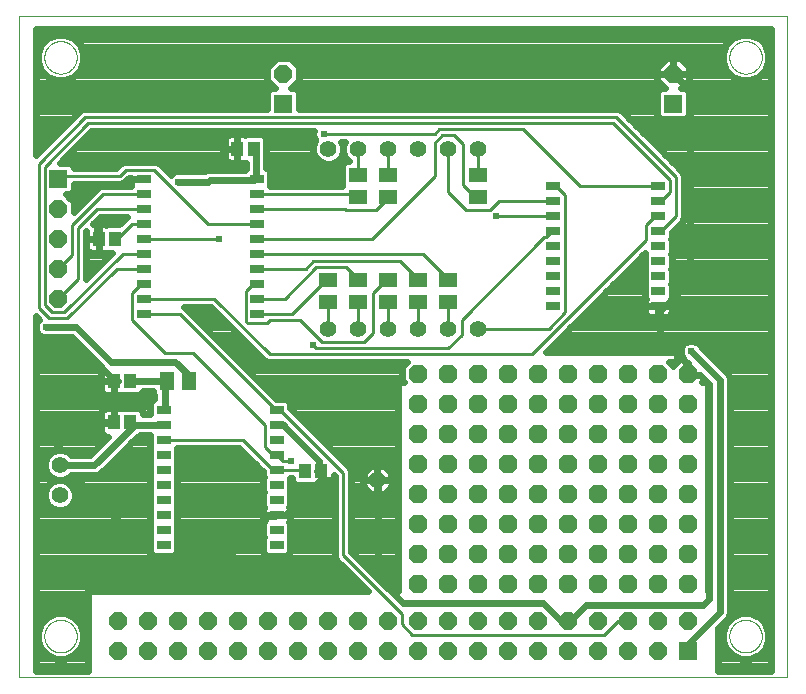
<source format=gbl>
G75*
%MOIN*%
%OFA0B0*%
%FSLAX25Y25*%
%IPPOS*%
%LPD*%
%AMOC8*
5,1,8,0,0,1.08239X$1,22.5*
%
%ADD10C,0.00000*%
%ADD11R,0.03937X0.05118*%
%ADD12R,0.06000X0.06000*%
%ADD13OC8,0.06000*%
%ADD14R,0.06299X0.05118*%
%ADD15C,0.05600*%
%ADD16R,0.04500X0.03000*%
%ADD17C,0.05543*%
%ADD18OC8,0.06300*%
%ADD19R,0.05118X0.06299*%
%ADD20C,0.01000*%
%ADD21C,0.02400*%
%ADD22C,0.02400*%
D10*
X0001000Y0001000D02*
X0256906Y0001000D01*
X0256906Y0221472D01*
X0001000Y0221472D01*
X0001000Y0001000D01*
X0009367Y0014780D02*
X0009369Y0014927D01*
X0009375Y0015073D01*
X0009385Y0015219D01*
X0009399Y0015365D01*
X0009417Y0015511D01*
X0009438Y0015656D01*
X0009464Y0015800D01*
X0009494Y0015944D01*
X0009527Y0016086D01*
X0009564Y0016228D01*
X0009605Y0016369D01*
X0009650Y0016508D01*
X0009699Y0016647D01*
X0009751Y0016784D01*
X0009808Y0016919D01*
X0009867Y0017053D01*
X0009931Y0017185D01*
X0009998Y0017315D01*
X0010068Y0017444D01*
X0010142Y0017571D01*
X0010219Y0017695D01*
X0010300Y0017818D01*
X0010384Y0017938D01*
X0010471Y0018056D01*
X0010561Y0018171D01*
X0010654Y0018284D01*
X0010751Y0018395D01*
X0010850Y0018503D01*
X0010952Y0018608D01*
X0011057Y0018710D01*
X0011165Y0018809D01*
X0011276Y0018906D01*
X0011389Y0018999D01*
X0011504Y0019089D01*
X0011622Y0019176D01*
X0011742Y0019260D01*
X0011865Y0019341D01*
X0011989Y0019418D01*
X0012116Y0019492D01*
X0012245Y0019562D01*
X0012375Y0019629D01*
X0012507Y0019693D01*
X0012641Y0019752D01*
X0012776Y0019809D01*
X0012913Y0019861D01*
X0013052Y0019910D01*
X0013191Y0019955D01*
X0013332Y0019996D01*
X0013474Y0020033D01*
X0013616Y0020066D01*
X0013760Y0020096D01*
X0013904Y0020122D01*
X0014049Y0020143D01*
X0014195Y0020161D01*
X0014341Y0020175D01*
X0014487Y0020185D01*
X0014633Y0020191D01*
X0014780Y0020193D01*
X0014927Y0020191D01*
X0015073Y0020185D01*
X0015219Y0020175D01*
X0015365Y0020161D01*
X0015511Y0020143D01*
X0015656Y0020122D01*
X0015800Y0020096D01*
X0015944Y0020066D01*
X0016086Y0020033D01*
X0016228Y0019996D01*
X0016369Y0019955D01*
X0016508Y0019910D01*
X0016647Y0019861D01*
X0016784Y0019809D01*
X0016919Y0019752D01*
X0017053Y0019693D01*
X0017185Y0019629D01*
X0017315Y0019562D01*
X0017444Y0019492D01*
X0017571Y0019418D01*
X0017695Y0019341D01*
X0017818Y0019260D01*
X0017938Y0019176D01*
X0018056Y0019089D01*
X0018171Y0018999D01*
X0018284Y0018906D01*
X0018395Y0018809D01*
X0018503Y0018710D01*
X0018608Y0018608D01*
X0018710Y0018503D01*
X0018809Y0018395D01*
X0018906Y0018284D01*
X0018999Y0018171D01*
X0019089Y0018056D01*
X0019176Y0017938D01*
X0019260Y0017818D01*
X0019341Y0017695D01*
X0019418Y0017571D01*
X0019492Y0017444D01*
X0019562Y0017315D01*
X0019629Y0017185D01*
X0019693Y0017053D01*
X0019752Y0016919D01*
X0019809Y0016784D01*
X0019861Y0016647D01*
X0019910Y0016508D01*
X0019955Y0016369D01*
X0019996Y0016228D01*
X0020033Y0016086D01*
X0020066Y0015944D01*
X0020096Y0015800D01*
X0020122Y0015656D01*
X0020143Y0015511D01*
X0020161Y0015365D01*
X0020175Y0015219D01*
X0020185Y0015073D01*
X0020191Y0014927D01*
X0020193Y0014780D01*
X0020191Y0014633D01*
X0020185Y0014487D01*
X0020175Y0014341D01*
X0020161Y0014195D01*
X0020143Y0014049D01*
X0020122Y0013904D01*
X0020096Y0013760D01*
X0020066Y0013616D01*
X0020033Y0013474D01*
X0019996Y0013332D01*
X0019955Y0013191D01*
X0019910Y0013052D01*
X0019861Y0012913D01*
X0019809Y0012776D01*
X0019752Y0012641D01*
X0019693Y0012507D01*
X0019629Y0012375D01*
X0019562Y0012245D01*
X0019492Y0012116D01*
X0019418Y0011989D01*
X0019341Y0011865D01*
X0019260Y0011742D01*
X0019176Y0011622D01*
X0019089Y0011504D01*
X0018999Y0011389D01*
X0018906Y0011276D01*
X0018809Y0011165D01*
X0018710Y0011057D01*
X0018608Y0010952D01*
X0018503Y0010850D01*
X0018395Y0010751D01*
X0018284Y0010654D01*
X0018171Y0010561D01*
X0018056Y0010471D01*
X0017938Y0010384D01*
X0017818Y0010300D01*
X0017695Y0010219D01*
X0017571Y0010142D01*
X0017444Y0010068D01*
X0017315Y0009998D01*
X0017185Y0009931D01*
X0017053Y0009867D01*
X0016919Y0009808D01*
X0016784Y0009751D01*
X0016647Y0009699D01*
X0016508Y0009650D01*
X0016369Y0009605D01*
X0016228Y0009564D01*
X0016086Y0009527D01*
X0015944Y0009494D01*
X0015800Y0009464D01*
X0015656Y0009438D01*
X0015511Y0009417D01*
X0015365Y0009399D01*
X0015219Y0009385D01*
X0015073Y0009375D01*
X0014927Y0009369D01*
X0014780Y0009367D01*
X0014633Y0009369D01*
X0014487Y0009375D01*
X0014341Y0009385D01*
X0014195Y0009399D01*
X0014049Y0009417D01*
X0013904Y0009438D01*
X0013760Y0009464D01*
X0013616Y0009494D01*
X0013474Y0009527D01*
X0013332Y0009564D01*
X0013191Y0009605D01*
X0013052Y0009650D01*
X0012913Y0009699D01*
X0012776Y0009751D01*
X0012641Y0009808D01*
X0012507Y0009867D01*
X0012375Y0009931D01*
X0012245Y0009998D01*
X0012116Y0010068D01*
X0011989Y0010142D01*
X0011865Y0010219D01*
X0011742Y0010300D01*
X0011622Y0010384D01*
X0011504Y0010471D01*
X0011389Y0010561D01*
X0011276Y0010654D01*
X0011165Y0010751D01*
X0011057Y0010850D01*
X0010952Y0010952D01*
X0010850Y0011057D01*
X0010751Y0011165D01*
X0010654Y0011276D01*
X0010561Y0011389D01*
X0010471Y0011504D01*
X0010384Y0011622D01*
X0010300Y0011742D01*
X0010219Y0011865D01*
X0010142Y0011989D01*
X0010068Y0012116D01*
X0009998Y0012245D01*
X0009931Y0012375D01*
X0009867Y0012507D01*
X0009808Y0012641D01*
X0009751Y0012776D01*
X0009699Y0012913D01*
X0009650Y0013052D01*
X0009605Y0013191D01*
X0009564Y0013332D01*
X0009527Y0013474D01*
X0009494Y0013616D01*
X0009464Y0013760D01*
X0009438Y0013904D01*
X0009417Y0014049D01*
X0009399Y0014195D01*
X0009385Y0014341D01*
X0009375Y0014487D01*
X0009369Y0014633D01*
X0009367Y0014780D01*
X0009367Y0207693D02*
X0009369Y0207840D01*
X0009375Y0207986D01*
X0009385Y0208132D01*
X0009399Y0208278D01*
X0009417Y0208424D01*
X0009438Y0208569D01*
X0009464Y0208713D01*
X0009494Y0208857D01*
X0009527Y0208999D01*
X0009564Y0209141D01*
X0009605Y0209282D01*
X0009650Y0209421D01*
X0009699Y0209560D01*
X0009751Y0209697D01*
X0009808Y0209832D01*
X0009867Y0209966D01*
X0009931Y0210098D01*
X0009998Y0210228D01*
X0010068Y0210357D01*
X0010142Y0210484D01*
X0010219Y0210608D01*
X0010300Y0210731D01*
X0010384Y0210851D01*
X0010471Y0210969D01*
X0010561Y0211084D01*
X0010654Y0211197D01*
X0010751Y0211308D01*
X0010850Y0211416D01*
X0010952Y0211521D01*
X0011057Y0211623D01*
X0011165Y0211722D01*
X0011276Y0211819D01*
X0011389Y0211912D01*
X0011504Y0212002D01*
X0011622Y0212089D01*
X0011742Y0212173D01*
X0011865Y0212254D01*
X0011989Y0212331D01*
X0012116Y0212405D01*
X0012245Y0212475D01*
X0012375Y0212542D01*
X0012507Y0212606D01*
X0012641Y0212665D01*
X0012776Y0212722D01*
X0012913Y0212774D01*
X0013052Y0212823D01*
X0013191Y0212868D01*
X0013332Y0212909D01*
X0013474Y0212946D01*
X0013616Y0212979D01*
X0013760Y0213009D01*
X0013904Y0213035D01*
X0014049Y0213056D01*
X0014195Y0213074D01*
X0014341Y0213088D01*
X0014487Y0213098D01*
X0014633Y0213104D01*
X0014780Y0213106D01*
X0014927Y0213104D01*
X0015073Y0213098D01*
X0015219Y0213088D01*
X0015365Y0213074D01*
X0015511Y0213056D01*
X0015656Y0213035D01*
X0015800Y0213009D01*
X0015944Y0212979D01*
X0016086Y0212946D01*
X0016228Y0212909D01*
X0016369Y0212868D01*
X0016508Y0212823D01*
X0016647Y0212774D01*
X0016784Y0212722D01*
X0016919Y0212665D01*
X0017053Y0212606D01*
X0017185Y0212542D01*
X0017315Y0212475D01*
X0017444Y0212405D01*
X0017571Y0212331D01*
X0017695Y0212254D01*
X0017818Y0212173D01*
X0017938Y0212089D01*
X0018056Y0212002D01*
X0018171Y0211912D01*
X0018284Y0211819D01*
X0018395Y0211722D01*
X0018503Y0211623D01*
X0018608Y0211521D01*
X0018710Y0211416D01*
X0018809Y0211308D01*
X0018906Y0211197D01*
X0018999Y0211084D01*
X0019089Y0210969D01*
X0019176Y0210851D01*
X0019260Y0210731D01*
X0019341Y0210608D01*
X0019418Y0210484D01*
X0019492Y0210357D01*
X0019562Y0210228D01*
X0019629Y0210098D01*
X0019693Y0209966D01*
X0019752Y0209832D01*
X0019809Y0209697D01*
X0019861Y0209560D01*
X0019910Y0209421D01*
X0019955Y0209282D01*
X0019996Y0209141D01*
X0020033Y0208999D01*
X0020066Y0208857D01*
X0020096Y0208713D01*
X0020122Y0208569D01*
X0020143Y0208424D01*
X0020161Y0208278D01*
X0020175Y0208132D01*
X0020185Y0207986D01*
X0020191Y0207840D01*
X0020193Y0207693D01*
X0020191Y0207546D01*
X0020185Y0207400D01*
X0020175Y0207254D01*
X0020161Y0207108D01*
X0020143Y0206962D01*
X0020122Y0206817D01*
X0020096Y0206673D01*
X0020066Y0206529D01*
X0020033Y0206387D01*
X0019996Y0206245D01*
X0019955Y0206104D01*
X0019910Y0205965D01*
X0019861Y0205826D01*
X0019809Y0205689D01*
X0019752Y0205554D01*
X0019693Y0205420D01*
X0019629Y0205288D01*
X0019562Y0205158D01*
X0019492Y0205029D01*
X0019418Y0204902D01*
X0019341Y0204778D01*
X0019260Y0204655D01*
X0019176Y0204535D01*
X0019089Y0204417D01*
X0018999Y0204302D01*
X0018906Y0204189D01*
X0018809Y0204078D01*
X0018710Y0203970D01*
X0018608Y0203865D01*
X0018503Y0203763D01*
X0018395Y0203664D01*
X0018284Y0203567D01*
X0018171Y0203474D01*
X0018056Y0203384D01*
X0017938Y0203297D01*
X0017818Y0203213D01*
X0017695Y0203132D01*
X0017571Y0203055D01*
X0017444Y0202981D01*
X0017315Y0202911D01*
X0017185Y0202844D01*
X0017053Y0202780D01*
X0016919Y0202721D01*
X0016784Y0202664D01*
X0016647Y0202612D01*
X0016508Y0202563D01*
X0016369Y0202518D01*
X0016228Y0202477D01*
X0016086Y0202440D01*
X0015944Y0202407D01*
X0015800Y0202377D01*
X0015656Y0202351D01*
X0015511Y0202330D01*
X0015365Y0202312D01*
X0015219Y0202298D01*
X0015073Y0202288D01*
X0014927Y0202282D01*
X0014780Y0202280D01*
X0014633Y0202282D01*
X0014487Y0202288D01*
X0014341Y0202298D01*
X0014195Y0202312D01*
X0014049Y0202330D01*
X0013904Y0202351D01*
X0013760Y0202377D01*
X0013616Y0202407D01*
X0013474Y0202440D01*
X0013332Y0202477D01*
X0013191Y0202518D01*
X0013052Y0202563D01*
X0012913Y0202612D01*
X0012776Y0202664D01*
X0012641Y0202721D01*
X0012507Y0202780D01*
X0012375Y0202844D01*
X0012245Y0202911D01*
X0012116Y0202981D01*
X0011989Y0203055D01*
X0011865Y0203132D01*
X0011742Y0203213D01*
X0011622Y0203297D01*
X0011504Y0203384D01*
X0011389Y0203474D01*
X0011276Y0203567D01*
X0011165Y0203664D01*
X0011057Y0203763D01*
X0010952Y0203865D01*
X0010850Y0203970D01*
X0010751Y0204078D01*
X0010654Y0204189D01*
X0010561Y0204302D01*
X0010471Y0204417D01*
X0010384Y0204535D01*
X0010300Y0204655D01*
X0010219Y0204778D01*
X0010142Y0204902D01*
X0010068Y0205029D01*
X0009998Y0205158D01*
X0009931Y0205288D01*
X0009867Y0205420D01*
X0009808Y0205554D01*
X0009751Y0205689D01*
X0009699Y0205826D01*
X0009650Y0205965D01*
X0009605Y0206104D01*
X0009564Y0206245D01*
X0009527Y0206387D01*
X0009494Y0206529D01*
X0009464Y0206673D01*
X0009438Y0206817D01*
X0009417Y0206962D01*
X0009399Y0207108D01*
X0009385Y0207254D01*
X0009375Y0207400D01*
X0009369Y0207546D01*
X0009367Y0207693D01*
X0237713Y0207693D02*
X0237715Y0207840D01*
X0237721Y0207986D01*
X0237731Y0208132D01*
X0237745Y0208278D01*
X0237763Y0208424D01*
X0237784Y0208569D01*
X0237810Y0208713D01*
X0237840Y0208857D01*
X0237873Y0208999D01*
X0237910Y0209141D01*
X0237951Y0209282D01*
X0237996Y0209421D01*
X0238045Y0209560D01*
X0238097Y0209697D01*
X0238154Y0209832D01*
X0238213Y0209966D01*
X0238277Y0210098D01*
X0238344Y0210228D01*
X0238414Y0210357D01*
X0238488Y0210484D01*
X0238565Y0210608D01*
X0238646Y0210731D01*
X0238730Y0210851D01*
X0238817Y0210969D01*
X0238907Y0211084D01*
X0239000Y0211197D01*
X0239097Y0211308D01*
X0239196Y0211416D01*
X0239298Y0211521D01*
X0239403Y0211623D01*
X0239511Y0211722D01*
X0239622Y0211819D01*
X0239735Y0211912D01*
X0239850Y0212002D01*
X0239968Y0212089D01*
X0240088Y0212173D01*
X0240211Y0212254D01*
X0240335Y0212331D01*
X0240462Y0212405D01*
X0240591Y0212475D01*
X0240721Y0212542D01*
X0240853Y0212606D01*
X0240987Y0212665D01*
X0241122Y0212722D01*
X0241259Y0212774D01*
X0241398Y0212823D01*
X0241537Y0212868D01*
X0241678Y0212909D01*
X0241820Y0212946D01*
X0241962Y0212979D01*
X0242106Y0213009D01*
X0242250Y0213035D01*
X0242395Y0213056D01*
X0242541Y0213074D01*
X0242687Y0213088D01*
X0242833Y0213098D01*
X0242979Y0213104D01*
X0243126Y0213106D01*
X0243273Y0213104D01*
X0243419Y0213098D01*
X0243565Y0213088D01*
X0243711Y0213074D01*
X0243857Y0213056D01*
X0244002Y0213035D01*
X0244146Y0213009D01*
X0244290Y0212979D01*
X0244432Y0212946D01*
X0244574Y0212909D01*
X0244715Y0212868D01*
X0244854Y0212823D01*
X0244993Y0212774D01*
X0245130Y0212722D01*
X0245265Y0212665D01*
X0245399Y0212606D01*
X0245531Y0212542D01*
X0245661Y0212475D01*
X0245790Y0212405D01*
X0245917Y0212331D01*
X0246041Y0212254D01*
X0246164Y0212173D01*
X0246284Y0212089D01*
X0246402Y0212002D01*
X0246517Y0211912D01*
X0246630Y0211819D01*
X0246741Y0211722D01*
X0246849Y0211623D01*
X0246954Y0211521D01*
X0247056Y0211416D01*
X0247155Y0211308D01*
X0247252Y0211197D01*
X0247345Y0211084D01*
X0247435Y0210969D01*
X0247522Y0210851D01*
X0247606Y0210731D01*
X0247687Y0210608D01*
X0247764Y0210484D01*
X0247838Y0210357D01*
X0247908Y0210228D01*
X0247975Y0210098D01*
X0248039Y0209966D01*
X0248098Y0209832D01*
X0248155Y0209697D01*
X0248207Y0209560D01*
X0248256Y0209421D01*
X0248301Y0209282D01*
X0248342Y0209141D01*
X0248379Y0208999D01*
X0248412Y0208857D01*
X0248442Y0208713D01*
X0248468Y0208569D01*
X0248489Y0208424D01*
X0248507Y0208278D01*
X0248521Y0208132D01*
X0248531Y0207986D01*
X0248537Y0207840D01*
X0248539Y0207693D01*
X0248537Y0207546D01*
X0248531Y0207400D01*
X0248521Y0207254D01*
X0248507Y0207108D01*
X0248489Y0206962D01*
X0248468Y0206817D01*
X0248442Y0206673D01*
X0248412Y0206529D01*
X0248379Y0206387D01*
X0248342Y0206245D01*
X0248301Y0206104D01*
X0248256Y0205965D01*
X0248207Y0205826D01*
X0248155Y0205689D01*
X0248098Y0205554D01*
X0248039Y0205420D01*
X0247975Y0205288D01*
X0247908Y0205158D01*
X0247838Y0205029D01*
X0247764Y0204902D01*
X0247687Y0204778D01*
X0247606Y0204655D01*
X0247522Y0204535D01*
X0247435Y0204417D01*
X0247345Y0204302D01*
X0247252Y0204189D01*
X0247155Y0204078D01*
X0247056Y0203970D01*
X0246954Y0203865D01*
X0246849Y0203763D01*
X0246741Y0203664D01*
X0246630Y0203567D01*
X0246517Y0203474D01*
X0246402Y0203384D01*
X0246284Y0203297D01*
X0246164Y0203213D01*
X0246041Y0203132D01*
X0245917Y0203055D01*
X0245790Y0202981D01*
X0245661Y0202911D01*
X0245531Y0202844D01*
X0245399Y0202780D01*
X0245265Y0202721D01*
X0245130Y0202664D01*
X0244993Y0202612D01*
X0244854Y0202563D01*
X0244715Y0202518D01*
X0244574Y0202477D01*
X0244432Y0202440D01*
X0244290Y0202407D01*
X0244146Y0202377D01*
X0244002Y0202351D01*
X0243857Y0202330D01*
X0243711Y0202312D01*
X0243565Y0202298D01*
X0243419Y0202288D01*
X0243273Y0202282D01*
X0243126Y0202280D01*
X0242979Y0202282D01*
X0242833Y0202288D01*
X0242687Y0202298D01*
X0242541Y0202312D01*
X0242395Y0202330D01*
X0242250Y0202351D01*
X0242106Y0202377D01*
X0241962Y0202407D01*
X0241820Y0202440D01*
X0241678Y0202477D01*
X0241537Y0202518D01*
X0241398Y0202563D01*
X0241259Y0202612D01*
X0241122Y0202664D01*
X0240987Y0202721D01*
X0240853Y0202780D01*
X0240721Y0202844D01*
X0240591Y0202911D01*
X0240462Y0202981D01*
X0240335Y0203055D01*
X0240211Y0203132D01*
X0240088Y0203213D01*
X0239968Y0203297D01*
X0239850Y0203384D01*
X0239735Y0203474D01*
X0239622Y0203567D01*
X0239511Y0203664D01*
X0239403Y0203763D01*
X0239298Y0203865D01*
X0239196Y0203970D01*
X0239097Y0204078D01*
X0239000Y0204189D01*
X0238907Y0204302D01*
X0238817Y0204417D01*
X0238730Y0204535D01*
X0238646Y0204655D01*
X0238565Y0204778D01*
X0238488Y0204902D01*
X0238414Y0205029D01*
X0238344Y0205158D01*
X0238277Y0205288D01*
X0238213Y0205420D01*
X0238154Y0205554D01*
X0238097Y0205689D01*
X0238045Y0205826D01*
X0237996Y0205965D01*
X0237951Y0206104D01*
X0237910Y0206245D01*
X0237873Y0206387D01*
X0237840Y0206529D01*
X0237810Y0206673D01*
X0237784Y0206817D01*
X0237763Y0206962D01*
X0237745Y0207108D01*
X0237731Y0207254D01*
X0237721Y0207400D01*
X0237715Y0207546D01*
X0237713Y0207693D01*
X0237713Y0014780D02*
X0237715Y0014927D01*
X0237721Y0015073D01*
X0237731Y0015219D01*
X0237745Y0015365D01*
X0237763Y0015511D01*
X0237784Y0015656D01*
X0237810Y0015800D01*
X0237840Y0015944D01*
X0237873Y0016086D01*
X0237910Y0016228D01*
X0237951Y0016369D01*
X0237996Y0016508D01*
X0238045Y0016647D01*
X0238097Y0016784D01*
X0238154Y0016919D01*
X0238213Y0017053D01*
X0238277Y0017185D01*
X0238344Y0017315D01*
X0238414Y0017444D01*
X0238488Y0017571D01*
X0238565Y0017695D01*
X0238646Y0017818D01*
X0238730Y0017938D01*
X0238817Y0018056D01*
X0238907Y0018171D01*
X0239000Y0018284D01*
X0239097Y0018395D01*
X0239196Y0018503D01*
X0239298Y0018608D01*
X0239403Y0018710D01*
X0239511Y0018809D01*
X0239622Y0018906D01*
X0239735Y0018999D01*
X0239850Y0019089D01*
X0239968Y0019176D01*
X0240088Y0019260D01*
X0240211Y0019341D01*
X0240335Y0019418D01*
X0240462Y0019492D01*
X0240591Y0019562D01*
X0240721Y0019629D01*
X0240853Y0019693D01*
X0240987Y0019752D01*
X0241122Y0019809D01*
X0241259Y0019861D01*
X0241398Y0019910D01*
X0241537Y0019955D01*
X0241678Y0019996D01*
X0241820Y0020033D01*
X0241962Y0020066D01*
X0242106Y0020096D01*
X0242250Y0020122D01*
X0242395Y0020143D01*
X0242541Y0020161D01*
X0242687Y0020175D01*
X0242833Y0020185D01*
X0242979Y0020191D01*
X0243126Y0020193D01*
X0243273Y0020191D01*
X0243419Y0020185D01*
X0243565Y0020175D01*
X0243711Y0020161D01*
X0243857Y0020143D01*
X0244002Y0020122D01*
X0244146Y0020096D01*
X0244290Y0020066D01*
X0244432Y0020033D01*
X0244574Y0019996D01*
X0244715Y0019955D01*
X0244854Y0019910D01*
X0244993Y0019861D01*
X0245130Y0019809D01*
X0245265Y0019752D01*
X0245399Y0019693D01*
X0245531Y0019629D01*
X0245661Y0019562D01*
X0245790Y0019492D01*
X0245917Y0019418D01*
X0246041Y0019341D01*
X0246164Y0019260D01*
X0246284Y0019176D01*
X0246402Y0019089D01*
X0246517Y0018999D01*
X0246630Y0018906D01*
X0246741Y0018809D01*
X0246849Y0018710D01*
X0246954Y0018608D01*
X0247056Y0018503D01*
X0247155Y0018395D01*
X0247252Y0018284D01*
X0247345Y0018171D01*
X0247435Y0018056D01*
X0247522Y0017938D01*
X0247606Y0017818D01*
X0247687Y0017695D01*
X0247764Y0017571D01*
X0247838Y0017444D01*
X0247908Y0017315D01*
X0247975Y0017185D01*
X0248039Y0017053D01*
X0248098Y0016919D01*
X0248155Y0016784D01*
X0248207Y0016647D01*
X0248256Y0016508D01*
X0248301Y0016369D01*
X0248342Y0016228D01*
X0248379Y0016086D01*
X0248412Y0015944D01*
X0248442Y0015800D01*
X0248468Y0015656D01*
X0248489Y0015511D01*
X0248507Y0015365D01*
X0248521Y0015219D01*
X0248531Y0015073D01*
X0248537Y0014927D01*
X0248539Y0014780D01*
X0248537Y0014633D01*
X0248531Y0014487D01*
X0248521Y0014341D01*
X0248507Y0014195D01*
X0248489Y0014049D01*
X0248468Y0013904D01*
X0248442Y0013760D01*
X0248412Y0013616D01*
X0248379Y0013474D01*
X0248342Y0013332D01*
X0248301Y0013191D01*
X0248256Y0013052D01*
X0248207Y0012913D01*
X0248155Y0012776D01*
X0248098Y0012641D01*
X0248039Y0012507D01*
X0247975Y0012375D01*
X0247908Y0012245D01*
X0247838Y0012116D01*
X0247764Y0011989D01*
X0247687Y0011865D01*
X0247606Y0011742D01*
X0247522Y0011622D01*
X0247435Y0011504D01*
X0247345Y0011389D01*
X0247252Y0011276D01*
X0247155Y0011165D01*
X0247056Y0011057D01*
X0246954Y0010952D01*
X0246849Y0010850D01*
X0246741Y0010751D01*
X0246630Y0010654D01*
X0246517Y0010561D01*
X0246402Y0010471D01*
X0246284Y0010384D01*
X0246164Y0010300D01*
X0246041Y0010219D01*
X0245917Y0010142D01*
X0245790Y0010068D01*
X0245661Y0009998D01*
X0245531Y0009931D01*
X0245399Y0009867D01*
X0245265Y0009808D01*
X0245130Y0009751D01*
X0244993Y0009699D01*
X0244854Y0009650D01*
X0244715Y0009605D01*
X0244574Y0009564D01*
X0244432Y0009527D01*
X0244290Y0009494D01*
X0244146Y0009464D01*
X0244002Y0009438D01*
X0243857Y0009417D01*
X0243711Y0009399D01*
X0243565Y0009385D01*
X0243419Y0009375D01*
X0243273Y0009369D01*
X0243126Y0009367D01*
X0242979Y0009369D01*
X0242833Y0009375D01*
X0242687Y0009385D01*
X0242541Y0009399D01*
X0242395Y0009417D01*
X0242250Y0009438D01*
X0242106Y0009464D01*
X0241962Y0009494D01*
X0241820Y0009527D01*
X0241678Y0009564D01*
X0241537Y0009605D01*
X0241398Y0009650D01*
X0241259Y0009699D01*
X0241122Y0009751D01*
X0240987Y0009808D01*
X0240853Y0009867D01*
X0240721Y0009931D01*
X0240591Y0009998D01*
X0240462Y0010068D01*
X0240335Y0010142D01*
X0240211Y0010219D01*
X0240088Y0010300D01*
X0239968Y0010384D01*
X0239850Y0010471D01*
X0239735Y0010561D01*
X0239622Y0010654D01*
X0239511Y0010751D01*
X0239403Y0010850D01*
X0239298Y0010952D01*
X0239196Y0011057D01*
X0239097Y0011165D01*
X0239000Y0011276D01*
X0238907Y0011389D01*
X0238817Y0011504D01*
X0238730Y0011622D01*
X0238646Y0011742D01*
X0238565Y0011865D01*
X0238488Y0011989D01*
X0238414Y0012116D01*
X0238344Y0012245D01*
X0238277Y0012375D01*
X0238213Y0012507D01*
X0238154Y0012641D01*
X0238097Y0012776D01*
X0238045Y0012913D01*
X0237996Y0013052D01*
X0237951Y0013191D01*
X0237910Y0013332D01*
X0237873Y0013474D01*
X0237840Y0013616D01*
X0237810Y0013760D01*
X0237784Y0013904D01*
X0237763Y0014049D01*
X0237745Y0014195D01*
X0237731Y0014341D01*
X0237721Y0014487D01*
X0237715Y0014633D01*
X0237713Y0014780D01*
D11*
X0101709Y0069780D03*
X0096197Y0069780D03*
X0037959Y0086030D03*
X0032447Y0086030D03*
X0032447Y0099780D03*
X0037959Y0099780D03*
X0032959Y0147280D03*
X0027447Y0147280D03*
X0073697Y0177280D03*
X0079209Y0177280D03*
D12*
X0088953Y0192280D03*
X0013953Y0167280D03*
X0218953Y0192280D03*
X0223953Y0009780D03*
D13*
X0223953Y0019780D03*
X0213953Y0019780D03*
X0203953Y0019780D03*
X0193953Y0019780D03*
X0183953Y0019780D03*
X0173953Y0019780D03*
X0163953Y0019780D03*
X0153953Y0019780D03*
X0143953Y0019780D03*
X0133953Y0019780D03*
X0123953Y0019780D03*
X0113953Y0019780D03*
X0103953Y0019780D03*
X0093953Y0019780D03*
X0083953Y0019780D03*
X0073953Y0019780D03*
X0063953Y0019780D03*
X0053953Y0019780D03*
X0043953Y0019780D03*
X0033953Y0019780D03*
X0033953Y0009780D03*
X0043953Y0009780D03*
X0053953Y0009780D03*
X0063953Y0009780D03*
X0073953Y0009780D03*
X0083953Y0009780D03*
X0093953Y0009780D03*
X0103953Y0009780D03*
X0113953Y0009780D03*
X0123953Y0009780D03*
X0133953Y0009780D03*
X0143953Y0009780D03*
X0153953Y0009780D03*
X0163953Y0009780D03*
X0173953Y0009780D03*
X0183953Y0009780D03*
X0193953Y0009780D03*
X0203953Y0009780D03*
X0213953Y0009780D03*
X0013953Y0127280D03*
X0013953Y0137280D03*
X0013953Y0147280D03*
X0013953Y0157280D03*
X0088953Y0202280D03*
X0218953Y0202280D03*
D14*
X0153953Y0168520D03*
X0153953Y0161039D03*
X0123953Y0161039D03*
X0123953Y0168520D03*
X0113953Y0168520D03*
X0113953Y0161039D03*
X0113953Y0133520D03*
X0113953Y0126039D03*
X0123953Y0126039D03*
X0133953Y0126039D03*
X0133953Y0133520D03*
X0123953Y0133520D03*
X0143953Y0133520D03*
X0143953Y0126039D03*
X0103953Y0126039D03*
X0103953Y0133520D03*
D15*
X0103953Y0117280D03*
X0113953Y0117280D03*
X0123953Y0117280D03*
X0133953Y0117280D03*
X0143953Y0117280D03*
X0153953Y0117280D03*
X0153953Y0177280D03*
X0143953Y0177280D03*
X0133953Y0177280D03*
X0123953Y0177280D03*
X0113953Y0177280D03*
X0103953Y0177280D03*
D16*
X0080303Y0167280D03*
X0080303Y0162280D03*
X0080303Y0157280D03*
X0080303Y0152280D03*
X0080303Y0147280D03*
X0080303Y0142280D03*
X0080303Y0137280D03*
X0080303Y0132280D03*
X0080303Y0127280D03*
X0080303Y0122280D03*
X0086803Y0090280D03*
X0086803Y0085280D03*
X0086803Y0080280D03*
X0086803Y0075280D03*
X0086803Y0070280D03*
X0086803Y0065280D03*
X0086803Y0060280D03*
X0086803Y0055280D03*
X0086803Y0050280D03*
X0086803Y0045280D03*
X0049103Y0045280D03*
X0049103Y0050280D03*
X0049103Y0055280D03*
X0049103Y0060280D03*
X0049103Y0065280D03*
X0049103Y0070280D03*
X0049103Y0075280D03*
X0049103Y0080280D03*
X0049103Y0085280D03*
X0049103Y0090280D03*
X0042603Y0122280D03*
X0042603Y0127280D03*
X0042603Y0132280D03*
X0042603Y0137280D03*
X0042603Y0142280D03*
X0042603Y0147280D03*
X0042603Y0152280D03*
X0042603Y0157280D03*
X0042603Y0162280D03*
X0042603Y0167280D03*
X0178853Y0164780D03*
X0178853Y0159780D03*
X0178853Y0154780D03*
X0178853Y0149780D03*
X0178853Y0144780D03*
X0178853Y0139780D03*
X0178853Y0134780D03*
X0178853Y0129780D03*
X0178853Y0124780D03*
X0214053Y0124780D03*
X0214053Y0129780D03*
X0214053Y0134780D03*
X0214053Y0139780D03*
X0214053Y0144780D03*
X0214053Y0149780D03*
X0214053Y0154780D03*
X0214053Y0159780D03*
X0214053Y0164780D03*
D17*
X0120406Y0066780D03*
X0014500Y0071780D03*
X0014500Y0061780D03*
D18*
X0133953Y0062280D03*
X0143953Y0062280D03*
X0153953Y0062280D03*
X0163953Y0062280D03*
X0173953Y0062280D03*
X0183953Y0062280D03*
X0193953Y0062280D03*
X0203953Y0062280D03*
X0213953Y0062280D03*
X0223953Y0062280D03*
X0223953Y0052280D03*
X0213953Y0052280D03*
X0203953Y0052280D03*
X0193953Y0052280D03*
X0183953Y0052280D03*
X0173953Y0052280D03*
X0163953Y0052280D03*
X0153953Y0052280D03*
X0143953Y0052280D03*
X0133953Y0052280D03*
X0133953Y0042280D03*
X0143953Y0042280D03*
X0153953Y0042280D03*
X0163953Y0042280D03*
X0173953Y0042280D03*
X0183953Y0042280D03*
X0193953Y0042280D03*
X0203953Y0042280D03*
X0213953Y0042280D03*
X0223953Y0042280D03*
X0223953Y0032280D03*
X0213953Y0032280D03*
X0203953Y0032280D03*
X0193953Y0032280D03*
X0183953Y0032280D03*
X0173953Y0032280D03*
X0163953Y0032280D03*
X0153953Y0032280D03*
X0143953Y0032280D03*
X0133953Y0032280D03*
X0133953Y0072280D03*
X0133953Y0082280D03*
X0143953Y0082280D03*
X0153953Y0082280D03*
X0163953Y0082280D03*
X0173953Y0082280D03*
X0183953Y0082280D03*
X0193953Y0082280D03*
X0203953Y0082280D03*
X0213953Y0082280D03*
X0223953Y0082280D03*
X0223953Y0072280D03*
X0213953Y0072280D03*
X0203953Y0072280D03*
X0193953Y0072280D03*
X0183953Y0072280D03*
X0173953Y0072280D03*
X0163953Y0072280D03*
X0153953Y0072280D03*
X0143953Y0072280D03*
X0143953Y0092280D03*
X0143953Y0102280D03*
X0153953Y0102280D03*
X0163953Y0102280D03*
X0173953Y0102280D03*
X0183953Y0102280D03*
X0193953Y0102280D03*
X0203953Y0102280D03*
X0213953Y0102280D03*
X0223953Y0102280D03*
X0223953Y0092280D03*
X0213953Y0092280D03*
X0203953Y0092280D03*
X0193953Y0092280D03*
X0183953Y0092280D03*
X0173953Y0092280D03*
X0163953Y0092280D03*
X0153953Y0092280D03*
X0133953Y0092280D03*
X0133953Y0102280D03*
D19*
X0057693Y0099780D03*
X0050213Y0099780D03*
D20*
X0049453Y0109280D02*
X0058953Y0109280D01*
X0082953Y0085280D01*
X0082953Y0077780D01*
X0085453Y0075280D01*
X0086803Y0075280D01*
X0086953Y0075280D01*
X0088953Y0073280D01*
X0091453Y0073280D01*
X0095453Y0070280D02*
X0086803Y0070280D01*
X0085453Y0070280D01*
X0075453Y0080280D01*
X0049103Y0080280D01*
X0049453Y0109280D02*
X0038453Y0120280D01*
X0038453Y0129280D01*
X0041453Y0132280D01*
X0042603Y0132280D01*
X0042603Y0137280D02*
X0033453Y0137280D01*
X0016953Y0120780D01*
X0010953Y0120780D01*
X0007453Y0124280D01*
X0007453Y0172280D01*
X0022953Y0187780D01*
X0199953Y0187780D01*
X0219953Y0167780D01*
X0219953Y0154780D01*
X0214953Y0149780D01*
X0214053Y0149780D01*
X0209953Y0151780D02*
X0212953Y0154780D01*
X0214053Y0154780D01*
X0209953Y0151780D02*
X0209953Y0146780D01*
X0171953Y0108780D01*
X0084453Y0108780D01*
X0065953Y0127280D01*
X0042603Y0127280D01*
X0042603Y0122280D02*
X0054453Y0122280D01*
X0086453Y0090280D01*
X0086803Y0090280D01*
X0087953Y0090280D01*
X0108953Y0069280D01*
X0108953Y0041780D01*
X0128453Y0022280D01*
X0128453Y0018780D01*
X0131953Y0015280D01*
X0195953Y0015280D01*
X0200453Y0019780D01*
X0203953Y0019780D01*
X0143953Y0110780D02*
X0099953Y0110780D01*
X0098953Y0111780D01*
X0101953Y0112780D02*
X0115953Y0112780D01*
X0118953Y0115780D01*
X0118953Y0129280D01*
X0122953Y0133280D01*
X0123953Y0133280D01*
X0123953Y0133520D01*
X0127953Y0139780D02*
X0133953Y0133780D01*
X0133953Y0133520D01*
X0127953Y0139780D02*
X0098953Y0139780D01*
X0096453Y0137280D01*
X0080303Y0137280D01*
X0080303Y0142280D02*
X0135453Y0142280D01*
X0143953Y0133780D01*
X0143953Y0133520D01*
X0143953Y0126039D02*
X0143953Y0117280D01*
X0148453Y0115280D02*
X0148453Y0120280D01*
X0175953Y0147780D01*
X0176453Y0147780D01*
X0178453Y0149780D01*
X0178853Y0149780D01*
X0178853Y0154780D02*
X0159953Y0154780D01*
X0157953Y0156780D02*
X0149953Y0156780D01*
X0143953Y0162780D01*
X0143953Y0177280D01*
X0141953Y0181780D02*
X0139453Y0179280D01*
X0139453Y0168280D01*
X0118453Y0147280D01*
X0080303Y0147280D01*
X0080303Y0152280D02*
X0063953Y0152280D01*
X0045953Y0170280D01*
X0036453Y0170280D01*
X0034453Y0168280D01*
X0014953Y0168280D01*
X0013953Y0167280D01*
X0009453Y0171280D02*
X0023953Y0185780D01*
X0198953Y0185780D01*
X0217953Y0166780D01*
X0217953Y0162780D01*
X0214953Y0159780D01*
X0214053Y0159780D01*
X0214053Y0164780D02*
X0187953Y0164780D01*
X0168953Y0183780D01*
X0140953Y0183780D01*
X0139453Y0182280D01*
X0102453Y0182280D01*
X0113953Y0177280D02*
X0113953Y0168520D01*
X0112953Y0162280D02*
X0113953Y0161280D01*
X0113953Y0161039D01*
X0112953Y0162280D02*
X0080303Y0162280D01*
X0080303Y0157280D02*
X0109453Y0157280D01*
X0109953Y0156780D01*
X0119953Y0156780D01*
X0123953Y0160780D01*
X0123953Y0161039D01*
X0123953Y0168520D02*
X0123953Y0177280D01*
X0141953Y0181780D02*
X0145953Y0181780D01*
X0148953Y0178780D01*
X0148953Y0165280D01*
X0152953Y0161280D01*
X0153953Y0161280D01*
X0153953Y0161039D01*
X0157953Y0156780D02*
X0160953Y0159780D01*
X0178853Y0159780D01*
X0182953Y0161780D02*
X0182953Y0122780D01*
X0177453Y0117280D01*
X0153953Y0117280D01*
X0148453Y0115280D02*
X0143953Y0110780D01*
X0133953Y0117280D02*
X0133953Y0126039D01*
X0123953Y0126039D02*
X0123953Y0117280D01*
X0113953Y0117280D02*
X0113953Y0126039D01*
X0113953Y0133520D02*
X0113953Y0133780D01*
X0109953Y0137780D01*
X0099953Y0137780D01*
X0089453Y0127280D01*
X0080303Y0127280D01*
X0076453Y0129780D02*
X0078953Y0132280D01*
X0080303Y0132280D01*
X0076453Y0129780D02*
X0076453Y0119780D01*
X0076953Y0119280D01*
X0083453Y0119280D01*
X0084453Y0120280D01*
X0094453Y0120280D01*
X0101953Y0112780D01*
X0103953Y0117280D02*
X0103953Y0126039D01*
X0103953Y0133280D02*
X0102953Y0133280D01*
X0091953Y0122280D01*
X0080303Y0122280D01*
X0103953Y0133280D02*
X0103953Y0133520D01*
X0067453Y0147280D02*
X0042603Y0147280D01*
X0042603Y0152280D02*
X0038453Y0152280D01*
X0033453Y0147280D01*
X0032959Y0147280D01*
X0035453Y0142280D02*
X0015953Y0122780D01*
X0011953Y0122780D01*
X0009453Y0125280D01*
X0009453Y0171280D01*
X0026953Y0157280D02*
X0020453Y0150780D01*
X0020453Y0133780D01*
X0013953Y0127280D01*
X0013953Y0137280D02*
X0018453Y0141780D01*
X0018453Y0151780D01*
X0028953Y0162280D01*
X0042603Y0162280D01*
X0042603Y0157280D02*
X0026953Y0157280D01*
X0035453Y0142280D02*
X0042603Y0142280D01*
X0095453Y0070280D02*
X0095953Y0069780D01*
X0096197Y0069780D01*
X0182953Y0161780D02*
X0179953Y0164780D01*
X0178853Y0164780D01*
X0153953Y0168520D02*
X0153953Y0177280D01*
D21*
X0159953Y0154780D03*
X0102453Y0182280D03*
X0062453Y0169780D03*
X0053953Y0166280D03*
X0067453Y0147280D03*
X0025953Y0152280D03*
X0019453Y0156780D03*
X0009953Y0117780D03*
X0028453Y0104280D03*
X0091453Y0073280D03*
X0105953Y0066780D03*
X0098953Y0111780D03*
X0224953Y0109780D03*
D22*
X0234453Y0100280D01*
X0234453Y0022780D01*
X0223953Y0012280D01*
X0223953Y0009780D01*
X0233953Y0009780D02*
X0237359Y0009780D01*
X0236672Y0010467D02*
X0235513Y0013265D01*
X0235513Y0016294D01*
X0236672Y0019092D01*
X0238813Y0021234D01*
X0241612Y0022393D01*
X0244640Y0022393D01*
X0247439Y0021234D01*
X0249580Y0019092D01*
X0250739Y0016294D01*
X0250739Y0013265D01*
X0249580Y0010467D01*
X0247439Y0008325D01*
X0244640Y0007166D01*
X0241612Y0007166D01*
X0238813Y0008325D01*
X0236672Y0010467D01*
X0235963Y0012178D02*
X0233953Y0012178D01*
X0233953Y0014577D02*
X0235513Y0014577D01*
X0235795Y0016975D02*
X0233953Y0016975D01*
X0233953Y0017471D02*
X0236379Y0019897D01*
X0237335Y0020854D01*
X0237853Y0022103D01*
X0237853Y0100956D01*
X0237335Y0102205D01*
X0227835Y0111705D01*
X0226879Y0112662D01*
X0225629Y0113180D01*
X0224276Y0113180D01*
X0223027Y0112662D01*
X0222070Y0111705D01*
X0221553Y0110456D01*
X0221553Y0109103D01*
X0222070Y0107854D01*
X0222294Y0107630D01*
X0221737Y0107630D01*
X0218953Y0104846D01*
X0217719Y0106080D01*
X0219450Y0106080D01*
X0220153Y0106782D01*
X0220153Y0108777D01*
X0219450Y0109480D01*
X0176471Y0109480D01*
X0209603Y0142611D01*
X0209603Y0142368D01*
X0209691Y0142280D01*
X0209603Y0142191D01*
X0209603Y0137368D01*
X0209691Y0137280D01*
X0209603Y0137191D01*
X0209603Y0132368D01*
X0209691Y0132280D01*
X0209603Y0132191D01*
X0209603Y0127368D01*
X0209785Y0127186D01*
X0209753Y0127129D01*
X0209603Y0126569D01*
X0209603Y0124780D01*
X0214053Y0124780D01*
X0218503Y0124780D01*
X0218503Y0126569D01*
X0218353Y0127129D01*
X0218320Y0127186D01*
X0218503Y0127368D01*
X0218503Y0132191D01*
X0218414Y0132280D01*
X0218503Y0132368D01*
X0218503Y0137191D01*
X0218414Y0137280D01*
X0218503Y0137368D01*
X0218503Y0142191D01*
X0218414Y0142280D01*
X0218503Y0142368D01*
X0218503Y0147191D01*
X0218414Y0147280D01*
X0218503Y0147368D01*
X0218503Y0149511D01*
X0222242Y0153250D01*
X0222653Y0154242D01*
X0222653Y0168317D01*
X0222242Y0169309D01*
X0221482Y0170068D01*
X0201482Y0190068D01*
X0200490Y0190480D01*
X0094153Y0190480D01*
X0094153Y0196191D01*
X0092864Y0197480D01*
X0091507Y0197480D01*
X0094153Y0200126D01*
X0094153Y0204433D01*
X0091107Y0207480D01*
X0086799Y0207480D01*
X0083753Y0204433D01*
X0083753Y0200126D01*
X0086399Y0197480D01*
X0085041Y0197480D01*
X0083753Y0196191D01*
X0083753Y0190480D01*
X0022416Y0190480D01*
X0021423Y0190068D01*
X0020664Y0189309D01*
X0006453Y0175098D01*
X0006453Y0217280D01*
X0251453Y0217280D01*
X0251453Y0003200D01*
X0233953Y0003200D01*
X0233953Y0017471D01*
X0235855Y0019374D02*
X0236953Y0019374D01*
X0237716Y0021772D02*
X0240113Y0021772D01*
X0237853Y0024171D02*
X0251453Y0024171D01*
X0251453Y0026569D02*
X0237853Y0026569D01*
X0237853Y0028968D02*
X0251453Y0028968D01*
X0251453Y0031366D02*
X0237853Y0031366D01*
X0237853Y0033765D02*
X0251453Y0033765D01*
X0251453Y0036163D02*
X0237853Y0036163D01*
X0237853Y0038562D02*
X0251453Y0038562D01*
X0251453Y0040960D02*
X0237853Y0040960D01*
X0237853Y0043359D02*
X0251453Y0043359D01*
X0251453Y0045757D02*
X0237853Y0045757D01*
X0237853Y0048156D02*
X0251453Y0048156D01*
X0251453Y0050554D02*
X0237853Y0050554D01*
X0237853Y0052953D02*
X0251453Y0052953D01*
X0251453Y0055351D02*
X0237853Y0055351D01*
X0237853Y0057750D02*
X0251453Y0057750D01*
X0251453Y0060148D02*
X0237853Y0060148D01*
X0237853Y0062547D02*
X0251453Y0062547D01*
X0251453Y0064945D02*
X0237853Y0064945D01*
X0237853Y0067344D02*
X0251453Y0067344D01*
X0251453Y0069742D02*
X0237853Y0069742D01*
X0237853Y0072141D02*
X0251453Y0072141D01*
X0251453Y0074539D02*
X0237853Y0074539D01*
X0237853Y0076938D02*
X0251453Y0076938D01*
X0251453Y0079336D02*
X0237853Y0079336D01*
X0237853Y0081735D02*
X0251453Y0081735D01*
X0251453Y0084133D02*
X0237853Y0084133D01*
X0237853Y0086532D02*
X0251453Y0086532D01*
X0251453Y0088930D02*
X0237853Y0088930D01*
X0237853Y0091329D02*
X0251453Y0091329D01*
X0251453Y0093727D02*
X0237853Y0093727D01*
X0237853Y0096126D02*
X0251453Y0096126D01*
X0251453Y0098524D02*
X0237853Y0098524D01*
X0237853Y0100923D02*
X0251453Y0100923D01*
X0251453Y0103321D02*
X0236219Y0103321D01*
X0233821Y0105720D02*
X0251453Y0105720D01*
X0251453Y0108118D02*
X0231422Y0108118D01*
X0229024Y0110517D02*
X0251453Y0110517D01*
X0251453Y0112916D02*
X0226266Y0112916D01*
X0223639Y0112916D02*
X0179907Y0112916D01*
X0182306Y0115314D02*
X0251453Y0115314D01*
X0251453Y0117713D02*
X0184704Y0117713D01*
X0187103Y0120111D02*
X0251453Y0120111D01*
X0251453Y0122510D02*
X0218374Y0122510D01*
X0218353Y0122430D02*
X0218503Y0122990D01*
X0218503Y0124779D01*
X0214053Y0124779D01*
X0214053Y0121080D01*
X0216592Y0121080D01*
X0217152Y0121229D01*
X0217654Y0121519D01*
X0218063Y0121929D01*
X0218353Y0122430D01*
X0218503Y0124908D02*
X0251453Y0124908D01*
X0251453Y0127307D02*
X0218441Y0127307D01*
X0218503Y0129705D02*
X0251453Y0129705D01*
X0251453Y0132104D02*
X0218503Y0132104D01*
X0218503Y0134502D02*
X0251453Y0134502D01*
X0251453Y0136901D02*
X0218503Y0136901D01*
X0218503Y0139299D02*
X0251453Y0139299D01*
X0251453Y0141698D02*
X0218503Y0141698D01*
X0218503Y0144096D02*
X0251453Y0144096D01*
X0251453Y0146495D02*
X0218503Y0146495D01*
X0218503Y0148893D02*
X0251453Y0148893D01*
X0251453Y0151292D02*
X0220283Y0151292D01*
X0222424Y0153690D02*
X0251453Y0153690D01*
X0251453Y0156089D02*
X0222653Y0156089D01*
X0222653Y0158487D02*
X0251453Y0158487D01*
X0251453Y0160886D02*
X0222653Y0160886D01*
X0222653Y0163284D02*
X0251453Y0163284D01*
X0251453Y0165683D02*
X0222653Y0165683D01*
X0222653Y0168081D02*
X0251453Y0168081D01*
X0251453Y0170480D02*
X0221071Y0170480D01*
X0218672Y0172878D02*
X0251453Y0172878D01*
X0251453Y0175277D02*
X0216274Y0175277D01*
X0213875Y0177675D02*
X0251453Y0177675D01*
X0251453Y0180074D02*
X0211477Y0180074D01*
X0209078Y0182472D02*
X0251453Y0182472D01*
X0251453Y0184871D02*
X0206680Y0184871D01*
X0204281Y0187269D02*
X0214852Y0187269D01*
X0215041Y0187080D02*
X0222864Y0187080D01*
X0224153Y0188368D01*
X0224153Y0196191D01*
X0222864Y0197480D01*
X0221507Y0197480D01*
X0224153Y0200126D01*
X0224153Y0202279D01*
X0218953Y0202279D01*
X0218953Y0202280D01*
X0218953Y0202280D01*
X0218953Y0207480D01*
X0221107Y0207480D01*
X0224153Y0204433D01*
X0224153Y0202280D01*
X0218953Y0202280D01*
X0218953Y0207480D01*
X0216799Y0207480D01*
X0213753Y0204433D01*
X0213753Y0202280D01*
X0218953Y0202280D01*
X0224453Y0196780D01*
X0224453Y0133280D01*
X0215453Y0124280D01*
X0214053Y0124780D01*
X0214053Y0124779D01*
X0214053Y0124779D01*
X0214053Y0121080D01*
X0211513Y0121080D01*
X0210954Y0121229D01*
X0210452Y0121519D01*
X0210042Y0121929D01*
X0209753Y0122430D01*
X0209603Y0122990D01*
X0209603Y0124779D01*
X0214053Y0124779D01*
X0214053Y0124780D02*
X0214453Y0124780D01*
X0214453Y0114780D01*
X0223953Y0105280D01*
X0223953Y0102280D01*
X0223953Y0105971D01*
X0223953Y0105971D01*
X0223953Y0102280D01*
X0223953Y0102280D01*
X0224953Y0101780D01*
X0227953Y0101780D01*
X0230953Y0098780D01*
X0230953Y0027280D01*
X0228953Y0025280D01*
X0189953Y0025280D01*
X0184953Y0020280D01*
X0183953Y0019780D01*
X0181453Y0019780D01*
X0175453Y0025780D01*
X0128953Y0025780D01*
X0120453Y0034280D01*
X0120453Y0066780D01*
X0120406Y0066780D01*
X0125377Y0066780D01*
X0125377Y0067171D01*
X0125255Y0067944D01*
X0125013Y0068688D01*
X0124658Y0069385D01*
X0124198Y0070018D01*
X0123644Y0070572D01*
X0123011Y0071032D01*
X0122314Y0071387D01*
X0121570Y0071629D01*
X0120797Y0071751D01*
X0120406Y0071751D01*
X0120406Y0066780D01*
X0120406Y0066779D01*
X0125377Y0066779D01*
X0125377Y0066388D01*
X0125255Y0065615D01*
X0125013Y0064871D01*
X0124658Y0064174D01*
X0124198Y0063541D01*
X0123644Y0062987D01*
X0123011Y0062527D01*
X0122314Y0062172D01*
X0121570Y0061930D01*
X0120797Y0061808D01*
X0120406Y0061808D01*
X0120406Y0066779D01*
X0120405Y0066779D01*
X0120405Y0061808D01*
X0120014Y0061808D01*
X0119241Y0061930D01*
X0118497Y0062172D01*
X0117800Y0062527D01*
X0117167Y0062987D01*
X0116613Y0063541D01*
X0116153Y0064174D01*
X0115798Y0064871D01*
X0115556Y0065615D01*
X0115434Y0066388D01*
X0115434Y0066779D01*
X0120405Y0066779D01*
X0120405Y0066780D01*
X0120405Y0071751D01*
X0120014Y0071751D01*
X0119241Y0071629D01*
X0118497Y0071387D01*
X0117800Y0071032D01*
X0117167Y0070572D01*
X0116613Y0070018D01*
X0116153Y0069385D01*
X0115798Y0068688D01*
X0115556Y0067944D01*
X0115434Y0067171D01*
X0115434Y0066780D01*
X0120405Y0066780D01*
X0120406Y0066780D01*
X0120405Y0067344D02*
X0120406Y0067344D01*
X0120405Y0069742D02*
X0120406Y0069742D01*
X0116413Y0069742D02*
X0111653Y0069742D01*
X0111653Y0069817D02*
X0111242Y0070809D01*
X0091253Y0090798D01*
X0091253Y0092691D01*
X0089964Y0093980D01*
X0086571Y0093980D01*
X0055982Y0124568D01*
X0055955Y0124580D01*
X0064834Y0124580D01*
X0082164Y0107250D01*
X0082923Y0106491D01*
X0083916Y0106080D01*
X0130187Y0106080D01*
X0128603Y0104496D01*
X0128603Y0100063D01*
X0129187Y0099480D01*
X0127956Y0099480D01*
X0127253Y0098777D01*
X0127253Y0029780D01*
X0124771Y0029780D01*
X0111653Y0042898D01*
X0111653Y0069817D01*
X0111653Y0067344D02*
X0115461Y0067344D01*
X0115774Y0064945D02*
X0111653Y0064945D01*
X0111653Y0062547D02*
X0117773Y0062547D01*
X0120405Y0062547D02*
X0120406Y0062547D01*
X0120405Y0064945D02*
X0120406Y0064945D01*
X0123038Y0062547D02*
X0127253Y0062547D01*
X0127253Y0064945D02*
X0125037Y0064945D01*
X0125350Y0067344D02*
X0127253Y0067344D01*
X0127253Y0069742D02*
X0124398Y0069742D01*
X0127253Y0072141D02*
X0109910Y0072141D01*
X0107511Y0074539D02*
X0127253Y0074539D01*
X0127253Y0076938D02*
X0105113Y0076938D01*
X0102714Y0079336D02*
X0127253Y0079336D01*
X0127253Y0081735D02*
X0100316Y0081735D01*
X0097917Y0084133D02*
X0127253Y0084133D01*
X0127253Y0086532D02*
X0095519Y0086532D01*
X0093120Y0088930D02*
X0127253Y0088930D01*
X0127253Y0091329D02*
X0091253Y0091329D01*
X0090216Y0093727D02*
X0127253Y0093727D01*
X0127253Y0096126D02*
X0084425Y0096126D01*
X0082026Y0098524D02*
X0127253Y0098524D01*
X0128603Y0100923D02*
X0079628Y0100923D01*
X0077229Y0103321D02*
X0128603Y0103321D01*
X0129827Y0105720D02*
X0074831Y0105720D01*
X0072432Y0108118D02*
X0081295Y0108118D01*
X0082164Y0107250D02*
X0082164Y0107250D01*
X0078897Y0110517D02*
X0070034Y0110517D01*
X0067635Y0112916D02*
X0076498Y0112916D01*
X0074100Y0115314D02*
X0065237Y0115314D01*
X0062838Y0117713D02*
X0071701Y0117713D01*
X0069303Y0120111D02*
X0060440Y0120111D01*
X0058041Y0122510D02*
X0066904Y0122510D01*
X0052953Y0106280D02*
X0031453Y0106280D01*
X0019953Y0117780D01*
X0009953Y0117780D01*
X0006553Y0117713D02*
X0006453Y0117713D01*
X0006553Y0117103D02*
X0007070Y0115854D01*
X0008027Y0114897D01*
X0009276Y0114380D01*
X0018544Y0114380D01*
X0028976Y0103948D01*
X0028718Y0103689D01*
X0028428Y0103188D01*
X0028278Y0102628D01*
X0028278Y0099780D01*
X0032447Y0099780D01*
X0033790Y0099780D01*
X0033790Y0099779D01*
X0032447Y0099779D01*
X0032447Y0095020D01*
X0034705Y0095020D01*
X0035000Y0095099D01*
X0035079Y0095020D01*
X0040838Y0095020D01*
X0042127Y0096309D01*
X0042127Y0096380D01*
X0045454Y0096380D01*
X0045454Y0095719D01*
X0046053Y0095119D01*
X0046053Y0093980D01*
X0045941Y0093980D01*
X0044653Y0092691D01*
X0044653Y0088680D01*
X0042127Y0088680D01*
X0042127Y0089500D01*
X0040838Y0090789D01*
X0035079Y0090789D01*
X0035000Y0090710D01*
X0034705Y0090789D01*
X0032447Y0090789D01*
X0032447Y0086030D01*
X0032447Y0086030D01*
X0032447Y0090789D01*
X0030189Y0090789D01*
X0029629Y0090639D01*
X0029128Y0090349D01*
X0028718Y0089939D01*
X0028428Y0089438D01*
X0028278Y0088878D01*
X0028278Y0086030D01*
X0032447Y0086030D01*
X0031453Y0085780D01*
X0021453Y0085780D01*
X0009453Y0073780D01*
X0009453Y0069780D01*
X0012453Y0066780D01*
X0020453Y0066780D01*
X0045953Y0041280D01*
X0070453Y0041280D01*
X0083953Y0054780D01*
X0085953Y0054780D01*
X0086803Y0055280D01*
X0091253Y0055280D01*
X0091253Y0057069D01*
X0091103Y0057629D01*
X0091070Y0057686D01*
X0091253Y0057868D01*
X0091253Y0062691D01*
X0091164Y0062780D01*
X0091253Y0062868D01*
X0091253Y0067580D01*
X0092028Y0067580D01*
X0092028Y0066309D01*
X0093317Y0065020D01*
X0099077Y0065020D01*
X0099156Y0065099D01*
X0099451Y0065020D01*
X0101709Y0065020D01*
X0103967Y0065020D01*
X0104526Y0065170D01*
X0105028Y0065460D01*
X0105438Y0065870D01*
X0105727Y0066371D01*
X0105877Y0066931D01*
X0105877Y0068537D01*
X0106253Y0068161D01*
X0106253Y0041242D01*
X0106664Y0040250D01*
X0107423Y0039491D01*
X0117134Y0029780D01*
X0023953Y0029780D01*
X0023953Y0003200D01*
X0006453Y0003200D01*
X0006453Y0121461D01*
X0007639Y0120274D01*
X0007070Y0119705D01*
X0006553Y0118456D01*
X0006553Y0117103D01*
X0006453Y0115314D02*
X0007610Y0115314D01*
X0006453Y0112916D02*
X0020008Y0112916D01*
X0022407Y0110517D02*
X0006453Y0110517D01*
X0006453Y0108118D02*
X0024805Y0108118D01*
X0027204Y0105720D02*
X0006453Y0105720D01*
X0006453Y0103321D02*
X0028505Y0103321D01*
X0028453Y0104280D02*
X0031953Y0100780D01*
X0032447Y0099780D01*
X0032447Y0099779D01*
X0032447Y0099779D01*
X0032447Y0095020D01*
X0030189Y0095020D01*
X0029629Y0095170D01*
X0029128Y0095460D01*
X0028718Y0095870D01*
X0028428Y0096371D01*
X0028278Y0096931D01*
X0028278Y0099779D01*
X0032447Y0099779D01*
X0032447Y0099780D01*
X0032453Y0099780D01*
X0032453Y0086280D01*
X0032447Y0086030D01*
X0032447Y0086029D01*
X0028278Y0086029D01*
X0028278Y0083181D01*
X0028428Y0082621D01*
X0028718Y0082120D01*
X0029128Y0081710D01*
X0029629Y0081420D01*
X0030189Y0081270D01*
X0030635Y0081270D01*
X0024544Y0075180D01*
X0018131Y0075180D01*
X0017316Y0075994D01*
X0015489Y0076751D01*
X0013511Y0076751D01*
X0011684Y0075994D01*
X0010285Y0074596D01*
X0009528Y0072768D01*
X0009528Y0070791D01*
X0010285Y0068963D01*
X0011684Y0067565D01*
X0013511Y0066808D01*
X0015489Y0066808D01*
X0017316Y0067565D01*
X0018131Y0068380D01*
X0026629Y0068380D01*
X0027879Y0068897D01*
X0028835Y0069854D01*
X0040252Y0081270D01*
X0040838Y0081270D01*
X0041447Y0081880D01*
X0044653Y0081880D01*
X0044653Y0077868D01*
X0044741Y0077780D01*
X0044653Y0077691D01*
X0044653Y0072868D01*
X0044741Y0072780D01*
X0044653Y0072691D01*
X0044653Y0067868D01*
X0044741Y0067780D01*
X0044653Y0067691D01*
X0044653Y0062868D01*
X0044741Y0062780D01*
X0044653Y0062691D01*
X0044653Y0057868D01*
X0044741Y0057780D01*
X0044653Y0057691D01*
X0044653Y0052868D01*
X0044741Y0052780D01*
X0044653Y0052691D01*
X0044653Y0047868D01*
X0044741Y0047780D01*
X0044653Y0047691D01*
X0044653Y0042868D01*
X0045941Y0041580D01*
X0052264Y0041580D01*
X0053553Y0042868D01*
X0053553Y0047691D01*
X0053464Y0047780D01*
X0053553Y0047868D01*
X0053553Y0052691D01*
X0053464Y0052780D01*
X0053553Y0052868D01*
X0053553Y0057691D01*
X0053464Y0057780D01*
X0053553Y0057868D01*
X0053553Y0062691D01*
X0053464Y0062780D01*
X0053553Y0062868D01*
X0053553Y0067691D01*
X0053464Y0067780D01*
X0053553Y0067868D01*
X0053553Y0072691D01*
X0053464Y0072780D01*
X0053553Y0072868D01*
X0053553Y0077580D01*
X0074334Y0077580D01*
X0082353Y0069561D01*
X0082353Y0067868D01*
X0082441Y0067780D01*
X0082353Y0067691D01*
X0082353Y0062868D01*
X0082441Y0062780D01*
X0082353Y0062691D01*
X0082353Y0057868D01*
X0082535Y0057686D01*
X0082503Y0057629D01*
X0082353Y0057069D01*
X0082353Y0055280D01*
X0086803Y0055280D01*
X0086803Y0055279D01*
X0091253Y0055279D01*
X0091253Y0053490D01*
X0091103Y0052930D01*
X0091070Y0052874D01*
X0091253Y0052691D01*
X0091253Y0047868D01*
X0091164Y0047780D01*
X0091253Y0047691D01*
X0091253Y0042868D01*
X0089964Y0041580D01*
X0083641Y0041580D01*
X0082353Y0042868D01*
X0082353Y0047691D01*
X0082441Y0047780D01*
X0082353Y0047868D01*
X0082353Y0052691D01*
X0082535Y0052874D01*
X0082503Y0052930D01*
X0082353Y0053490D01*
X0082353Y0055279D01*
X0086803Y0055279D01*
X0086803Y0055280D02*
X0089453Y0055280D01*
X0101453Y0067280D01*
X0102453Y0066780D01*
X0105953Y0066780D01*
X0105877Y0067344D02*
X0106253Y0067344D01*
X0106253Y0064945D02*
X0091253Y0064945D01*
X0091253Y0062547D02*
X0106253Y0062547D01*
X0106253Y0060148D02*
X0091253Y0060148D01*
X0091134Y0057750D02*
X0106253Y0057750D01*
X0106253Y0055351D02*
X0091253Y0055351D01*
X0091109Y0052953D02*
X0106253Y0052953D01*
X0106253Y0050554D02*
X0091253Y0050554D01*
X0091253Y0048156D02*
X0106253Y0048156D01*
X0106253Y0045757D02*
X0091253Y0045757D01*
X0091253Y0043359D02*
X0106253Y0043359D01*
X0106370Y0040960D02*
X0006453Y0040960D01*
X0006453Y0038562D02*
X0108352Y0038562D01*
X0110751Y0036163D02*
X0006453Y0036163D01*
X0006453Y0033765D02*
X0113149Y0033765D01*
X0115548Y0031366D02*
X0006453Y0031366D01*
X0006453Y0028968D02*
X0023953Y0028968D01*
X0023953Y0026569D02*
X0006453Y0026569D01*
X0006453Y0024171D02*
X0023953Y0024171D01*
X0023953Y0021772D02*
X0017793Y0021772D01*
X0019092Y0021234D02*
X0016294Y0022393D01*
X0013265Y0022393D01*
X0010467Y0021234D01*
X0008325Y0019092D01*
X0007166Y0016294D01*
X0007166Y0013265D01*
X0008325Y0010467D01*
X0010467Y0008325D01*
X0013265Y0007166D01*
X0016294Y0007166D01*
X0019092Y0008325D01*
X0021234Y0010467D01*
X0022393Y0013265D01*
X0022393Y0016294D01*
X0021234Y0019092D01*
X0019092Y0021234D01*
X0020952Y0019374D02*
X0023953Y0019374D01*
X0023953Y0016975D02*
X0022111Y0016975D01*
X0022393Y0014577D02*
X0023953Y0014577D01*
X0023953Y0012178D02*
X0021943Y0012178D01*
X0020546Y0009780D02*
X0023953Y0009780D01*
X0023953Y0007381D02*
X0016813Y0007381D01*
X0012746Y0007381D02*
X0006453Y0007381D01*
X0006453Y0004983D02*
X0023953Y0004983D01*
X0009013Y0009780D02*
X0006453Y0009780D01*
X0006453Y0012178D02*
X0007616Y0012178D01*
X0007166Y0014577D02*
X0006453Y0014577D01*
X0006453Y0016975D02*
X0007448Y0016975D01*
X0006453Y0019374D02*
X0008607Y0019374D01*
X0006453Y0021772D02*
X0011766Y0021772D01*
X0006453Y0043359D02*
X0044653Y0043359D01*
X0044653Y0045757D02*
X0006453Y0045757D01*
X0006453Y0048156D02*
X0044653Y0048156D01*
X0044653Y0050554D02*
X0006453Y0050554D01*
X0006453Y0052953D02*
X0044653Y0052953D01*
X0044653Y0055351D02*
X0006453Y0055351D01*
X0006453Y0057750D02*
X0011499Y0057750D01*
X0011684Y0057565D02*
X0013511Y0056808D01*
X0015489Y0056808D01*
X0017316Y0057565D01*
X0018715Y0058963D01*
X0019472Y0060791D01*
X0019472Y0062768D01*
X0018715Y0064596D01*
X0017316Y0065994D01*
X0015489Y0066751D01*
X0013511Y0066751D01*
X0011684Y0065994D01*
X0010285Y0064596D01*
X0009528Y0062768D01*
X0009528Y0060791D01*
X0010285Y0058963D01*
X0011684Y0057565D01*
X0009794Y0060148D02*
X0006453Y0060148D01*
X0006453Y0062547D02*
X0009528Y0062547D01*
X0010635Y0064945D02*
X0006453Y0064945D01*
X0006453Y0067344D02*
X0012217Y0067344D01*
X0009963Y0069742D02*
X0006453Y0069742D01*
X0006453Y0072141D02*
X0009528Y0072141D01*
X0010262Y0074539D02*
X0006453Y0074539D01*
X0006453Y0076938D02*
X0026303Y0076938D01*
X0028701Y0079336D02*
X0006453Y0079336D01*
X0006453Y0081735D02*
X0029103Y0081735D01*
X0028278Y0084133D02*
X0006453Y0084133D01*
X0006453Y0086532D02*
X0028278Y0086532D01*
X0028292Y0088930D02*
X0006453Y0088930D01*
X0006453Y0091329D02*
X0044653Y0091329D01*
X0045689Y0093727D02*
X0006453Y0093727D01*
X0006453Y0096126D02*
X0028570Y0096126D01*
X0028278Y0098524D02*
X0006453Y0098524D01*
X0006453Y0100923D02*
X0028278Y0100923D01*
X0032447Y0098524D02*
X0032447Y0098524D01*
X0032447Y0096126D02*
X0032447Y0096126D01*
X0037959Y0099780D02*
X0050213Y0099780D01*
X0049953Y0099780D01*
X0049453Y0099280D01*
X0049453Y0090280D01*
X0049103Y0090280D01*
X0044653Y0088930D02*
X0042127Y0088930D01*
X0038953Y0085280D02*
X0038453Y0085780D01*
X0037959Y0086030D01*
X0038453Y0084280D01*
X0025953Y0071780D01*
X0014500Y0071780D01*
X0016783Y0067344D02*
X0044653Y0067344D01*
X0044653Y0069742D02*
X0028724Y0069742D01*
X0031122Y0072141D02*
X0044653Y0072141D01*
X0044653Y0074539D02*
X0033521Y0074539D01*
X0035919Y0076938D02*
X0044653Y0076938D01*
X0044653Y0079336D02*
X0038318Y0079336D01*
X0041303Y0081735D02*
X0044653Y0081735D01*
X0049103Y0085280D02*
X0038953Y0085280D01*
X0032447Y0086532D02*
X0032447Y0086532D01*
X0032447Y0088930D02*
X0032447Y0088930D01*
X0041944Y0096126D02*
X0045454Y0096126D01*
X0052953Y0106280D02*
X0057453Y0101780D01*
X0057453Y0099780D01*
X0057693Y0099780D01*
X0053553Y0076938D02*
X0074976Y0076938D01*
X0077375Y0074539D02*
X0053553Y0074539D01*
X0053553Y0072141D02*
X0079773Y0072141D01*
X0082172Y0069742D02*
X0053553Y0069742D01*
X0053553Y0067344D02*
X0082353Y0067344D01*
X0082353Y0064945D02*
X0053553Y0064945D01*
X0053553Y0062547D02*
X0082353Y0062547D01*
X0082353Y0060148D02*
X0053553Y0060148D01*
X0053494Y0057750D02*
X0082471Y0057750D01*
X0082353Y0055351D02*
X0053553Y0055351D01*
X0053553Y0052953D02*
X0082497Y0052953D01*
X0082353Y0050554D02*
X0053553Y0050554D01*
X0053553Y0048156D02*
X0082353Y0048156D01*
X0082353Y0045757D02*
X0053553Y0045757D01*
X0053553Y0043359D02*
X0082353Y0043359D01*
X0086803Y0055279D02*
X0086803Y0055280D01*
X0091253Y0067344D02*
X0092028Y0067344D01*
X0100365Y0069779D02*
X0101709Y0069779D01*
X0101709Y0065020D01*
X0101709Y0069779D01*
X0101709Y0069779D01*
X0101709Y0069780D02*
X0100953Y0070780D01*
X0100953Y0073280D01*
X0088953Y0085280D01*
X0086803Y0085280D01*
X0089134Y0085280D01*
X0089134Y0085279D01*
X0086803Y0085279D01*
X0086803Y0085280D01*
X0100365Y0069780D02*
X0101709Y0069780D01*
X0101453Y0069780D01*
X0101453Y0067280D01*
X0101709Y0067344D02*
X0101709Y0067344D01*
X0101709Y0069742D02*
X0101709Y0069742D01*
X0101709Y0069779D02*
X0101709Y0069780D01*
X0100365Y0069779D02*
X0100365Y0069780D01*
X0111653Y0060148D02*
X0127253Y0060148D01*
X0127253Y0057750D02*
X0111653Y0057750D01*
X0111653Y0055351D02*
X0127253Y0055351D01*
X0127253Y0052953D02*
X0111653Y0052953D01*
X0111653Y0050554D02*
X0127253Y0050554D01*
X0127253Y0048156D02*
X0111653Y0048156D01*
X0111653Y0045757D02*
X0127253Y0045757D01*
X0127253Y0043359D02*
X0111653Y0043359D01*
X0113590Y0040960D02*
X0127253Y0040960D01*
X0127253Y0038562D02*
X0115989Y0038562D01*
X0118387Y0036163D02*
X0127253Y0036163D01*
X0127253Y0033765D02*
X0120786Y0033765D01*
X0123185Y0031366D02*
X0127253Y0031366D01*
X0044712Y0057750D02*
X0017501Y0057750D01*
X0019206Y0060148D02*
X0044653Y0060148D01*
X0044653Y0062547D02*
X0019472Y0062547D01*
X0018365Y0064945D02*
X0044653Y0064945D01*
X0007476Y0120111D02*
X0006453Y0120111D01*
X0023153Y0133798D02*
X0023153Y0149661D01*
X0023278Y0149787D01*
X0023278Y0147280D01*
X0027447Y0147280D01*
X0027447Y0147280D01*
X0027447Y0152039D01*
X0029705Y0152039D01*
X0030000Y0151960D01*
X0030079Y0152039D01*
X0034393Y0152039D01*
X0036923Y0154568D01*
X0036950Y0154580D01*
X0028071Y0154580D01*
X0025530Y0152039D01*
X0027447Y0152039D01*
X0027447Y0147280D01*
X0026953Y0147280D01*
X0026953Y0151280D01*
X0025953Y0152280D01*
X0027447Y0151292D02*
X0027447Y0151292D01*
X0027182Y0153690D02*
X0036045Y0153690D01*
X0027447Y0148893D02*
X0027447Y0148893D01*
X0027447Y0147280D02*
X0027447Y0147279D01*
X0027447Y0142520D01*
X0029705Y0142520D01*
X0030000Y0142599D01*
X0030079Y0142520D01*
X0031875Y0142520D01*
X0023153Y0133798D01*
X0023153Y0134502D02*
X0023857Y0134502D01*
X0023153Y0136901D02*
X0026255Y0136901D01*
X0028654Y0139299D02*
X0023153Y0139299D01*
X0023153Y0141698D02*
X0031053Y0141698D01*
X0027447Y0142520D02*
X0027447Y0147279D01*
X0027447Y0147279D01*
X0023278Y0147279D01*
X0023278Y0144431D01*
X0023428Y0143871D01*
X0023718Y0143370D01*
X0024128Y0142960D01*
X0024629Y0142670D01*
X0025189Y0142520D01*
X0027447Y0142520D01*
X0027447Y0144096D02*
X0027447Y0144096D01*
X0027447Y0146495D02*
X0027447Y0146495D01*
X0023278Y0146495D02*
X0023153Y0146495D01*
X0023153Y0148893D02*
X0023278Y0148893D01*
X0023368Y0144096D02*
X0023153Y0144096D01*
X0019153Y0156298D02*
X0019153Y0159433D01*
X0016507Y0162080D01*
X0017864Y0162080D01*
X0019153Y0163368D01*
X0019153Y0165580D01*
X0034990Y0165580D01*
X0035982Y0165991D01*
X0036742Y0166750D01*
X0037571Y0167580D01*
X0038153Y0167580D01*
X0038153Y0167280D01*
X0042603Y0167280D01*
X0037453Y0167280D01*
X0035453Y0165280D01*
X0027953Y0165280D01*
X0019453Y0156780D01*
X0019153Y0156298D02*
X0027423Y0164568D01*
X0028416Y0164980D01*
X0038290Y0164980D01*
X0038153Y0165490D01*
X0038153Y0167279D01*
X0042603Y0167279D01*
X0042603Y0167280D01*
X0038153Y0165683D02*
X0035239Y0165683D01*
X0033334Y0170980D02*
X0019153Y0170980D01*
X0019153Y0171191D01*
X0017864Y0172480D01*
X0014471Y0172480D01*
X0025071Y0183080D01*
X0099104Y0183080D01*
X0099053Y0182956D01*
X0099053Y0181603D01*
X0099570Y0180354D01*
X0099763Y0180161D01*
X0099714Y0180112D01*
X0098953Y0178274D01*
X0098953Y0176285D01*
X0099714Y0174447D01*
X0101120Y0173041D01*
X0102958Y0172280D01*
X0104947Y0172280D01*
X0106785Y0173041D01*
X0108192Y0174447D01*
X0108953Y0176285D01*
X0109714Y0174447D01*
X0110882Y0173279D01*
X0109892Y0173279D01*
X0108603Y0171990D01*
X0108603Y0165049D01*
X0108673Y0164980D01*
X0084753Y0164980D01*
X0084753Y0169691D01*
X0083464Y0170980D01*
X0083353Y0170980D01*
X0083353Y0173785D01*
X0083377Y0173809D01*
X0083377Y0180750D01*
X0082088Y0182039D01*
X0076329Y0182039D01*
X0076250Y0181960D01*
X0075955Y0182039D01*
X0073697Y0182039D01*
X0073697Y0177280D01*
X0073697Y0177280D01*
X0073697Y0182039D01*
X0071439Y0182039D01*
X0070879Y0181889D01*
X0070378Y0181599D01*
X0069968Y0181189D01*
X0069678Y0180688D01*
X0069528Y0180128D01*
X0069528Y0177280D01*
X0073697Y0177280D01*
X0069953Y0177280D01*
X0062453Y0169780D01*
X0062569Y0169680D02*
X0053276Y0169680D01*
X0052027Y0169162D01*
X0051458Y0168593D01*
X0048242Y0171809D01*
X0047482Y0172568D01*
X0046490Y0172980D01*
X0035916Y0172980D01*
X0034923Y0172568D01*
X0033334Y0170980D01*
X0035671Y0172878D02*
X0014870Y0172878D01*
X0017268Y0175277D02*
X0069528Y0175277D01*
X0069528Y0174431D02*
X0069678Y0173871D01*
X0069968Y0173370D01*
X0070378Y0172960D01*
X0070879Y0172670D01*
X0071439Y0172520D01*
X0073697Y0172520D01*
X0075955Y0172520D01*
X0076250Y0172599D01*
X0076329Y0172520D01*
X0076553Y0172520D01*
X0076553Y0170391D01*
X0076341Y0170180D01*
X0063776Y0170180D01*
X0062569Y0169680D01*
X0064453Y0166780D02*
X0063953Y0166280D01*
X0053953Y0166280D01*
X0049571Y0170480D02*
X0076553Y0170480D01*
X0073697Y0172520D02*
X0073697Y0177279D01*
X0073697Y0177279D01*
X0073697Y0172520D01*
X0073697Y0172878D02*
X0073697Y0172878D01*
X0073697Y0175277D02*
X0073697Y0175277D01*
X0073697Y0177279D02*
X0069528Y0177279D01*
X0069528Y0174431D01*
X0070519Y0172878D02*
X0046734Y0172878D01*
X0064453Y0166780D02*
X0078953Y0166780D01*
X0080303Y0167280D01*
X0079953Y0167280D01*
X0079953Y0176780D01*
X0079453Y0177280D01*
X0079209Y0177280D01*
X0083377Y0177675D02*
X0098953Y0177675D01*
X0099370Y0175277D02*
X0083377Y0175277D01*
X0083353Y0172878D02*
X0101513Y0172878D01*
X0106393Y0172878D02*
X0109491Y0172878D01*
X0109370Y0175277D02*
X0108535Y0175277D01*
X0108953Y0176285D02*
X0108953Y0178274D01*
X0109493Y0179580D01*
X0108412Y0179580D01*
X0108953Y0178274D01*
X0108953Y0176285D01*
X0108953Y0177675D02*
X0108953Y0177675D01*
X0108603Y0170480D02*
X0083964Y0170480D01*
X0084753Y0168081D02*
X0108603Y0168081D01*
X0108603Y0165683D02*
X0084753Y0165683D01*
X0073697Y0177279D02*
X0073697Y0177280D01*
X0073697Y0177675D02*
X0073697Y0177675D01*
X0073697Y0180074D02*
X0073697Y0180074D01*
X0069528Y0180074D02*
X0022065Y0180074D01*
X0019667Y0177675D02*
X0069528Y0177675D01*
X0083377Y0180074D02*
X0099698Y0180074D01*
X0099053Y0182472D02*
X0024464Y0182472D01*
X0018624Y0187269D02*
X0006453Y0187269D01*
X0006453Y0184871D02*
X0016226Y0184871D01*
X0013827Y0182472D02*
X0006453Y0182472D01*
X0006453Y0180074D02*
X0011429Y0180074D01*
X0009030Y0177675D02*
X0006453Y0177675D01*
X0006453Y0175277D02*
X0006632Y0175277D01*
X0019069Y0163284D02*
X0026139Y0163284D01*
X0023741Y0160886D02*
X0017700Y0160886D01*
X0019153Y0158487D02*
X0021342Y0158487D01*
X0021023Y0189668D02*
X0006453Y0189668D01*
X0006453Y0192066D02*
X0083753Y0192066D01*
X0083753Y0194465D02*
X0006453Y0194465D01*
X0006453Y0196863D02*
X0084425Y0196863D01*
X0084616Y0199262D02*
X0006453Y0199262D01*
X0006453Y0201660D02*
X0010045Y0201660D01*
X0010467Y0201239D02*
X0008325Y0203380D01*
X0007166Y0206179D01*
X0007166Y0209207D01*
X0008325Y0212006D01*
X0010467Y0214147D01*
X0013265Y0215306D01*
X0016294Y0215306D01*
X0019092Y0214147D01*
X0021234Y0212006D01*
X0022393Y0209207D01*
X0022393Y0206179D01*
X0021234Y0203380D01*
X0019092Y0201239D01*
X0016294Y0200080D01*
X0013265Y0200080D01*
X0010467Y0201239D01*
X0008044Y0204059D02*
X0006453Y0204059D01*
X0006453Y0206457D02*
X0007166Y0206457D01*
X0007166Y0208856D02*
X0006453Y0208856D01*
X0006453Y0211254D02*
X0008014Y0211254D01*
X0006453Y0213653D02*
X0009973Y0213653D01*
X0006453Y0216052D02*
X0251453Y0216052D01*
X0251453Y0213653D02*
X0247933Y0213653D01*
X0247439Y0214147D02*
X0249580Y0212006D01*
X0250739Y0209207D01*
X0250739Y0206179D01*
X0249580Y0203380D01*
X0247439Y0201239D01*
X0244640Y0200080D01*
X0241612Y0200080D01*
X0238813Y0201239D01*
X0236672Y0203380D01*
X0235513Y0206179D01*
X0235513Y0209207D01*
X0236672Y0212006D01*
X0238813Y0214147D01*
X0241612Y0215306D01*
X0244640Y0215306D01*
X0247439Y0214147D01*
X0249891Y0211254D02*
X0251453Y0211254D01*
X0251453Y0208856D02*
X0250739Y0208856D01*
X0250739Y0206457D02*
X0251453Y0206457D01*
X0251453Y0204059D02*
X0249861Y0204059D01*
X0251453Y0201660D02*
X0247860Y0201660D01*
X0251453Y0199262D02*
X0223289Y0199262D01*
X0223480Y0196863D02*
X0251453Y0196863D01*
X0251453Y0194465D02*
X0224153Y0194465D01*
X0224153Y0192066D02*
X0251453Y0192066D01*
X0251453Y0189668D02*
X0224153Y0189668D01*
X0223054Y0187269D02*
X0251453Y0187269D01*
X0238391Y0201660D02*
X0224153Y0201660D01*
X0224153Y0204059D02*
X0236391Y0204059D01*
X0235513Y0206457D02*
X0222129Y0206457D01*
X0218953Y0206457D02*
X0218953Y0206457D01*
X0218953Y0204059D02*
X0218953Y0204059D01*
X0218953Y0202280D02*
X0218953Y0202279D01*
X0213753Y0202279D01*
X0213753Y0200126D01*
X0216399Y0197480D01*
X0215041Y0197480D01*
X0213753Y0196191D01*
X0213753Y0188368D01*
X0215041Y0187080D01*
X0213753Y0189668D02*
X0201883Y0189668D01*
X0213753Y0192066D02*
X0094153Y0192066D01*
X0094153Y0194465D02*
X0213753Y0194465D01*
X0214425Y0196863D02*
X0093480Y0196863D01*
X0093289Y0199262D02*
X0214616Y0199262D01*
X0213753Y0201660D02*
X0094153Y0201660D01*
X0094153Y0204059D02*
X0213753Y0204059D01*
X0215777Y0206457D02*
X0092129Y0206457D01*
X0085777Y0206457D02*
X0022393Y0206457D01*
X0022393Y0208856D02*
X0235513Y0208856D01*
X0236361Y0211254D02*
X0021545Y0211254D01*
X0019586Y0213653D02*
X0238319Y0213653D01*
X0209603Y0141698D02*
X0208689Y0141698D01*
X0209603Y0139299D02*
X0206291Y0139299D01*
X0203892Y0136901D02*
X0209603Y0136901D01*
X0209603Y0134502D02*
X0201494Y0134502D01*
X0199095Y0132104D02*
X0209603Y0132104D01*
X0209603Y0129705D02*
X0196697Y0129705D01*
X0194298Y0127307D02*
X0209664Y0127307D01*
X0209603Y0124908D02*
X0191900Y0124908D01*
X0189501Y0122510D02*
X0209731Y0122510D01*
X0214053Y0122510D02*
X0214053Y0122510D01*
X0214053Y0124779D02*
X0214053Y0124780D01*
X0221578Y0110517D02*
X0177509Y0110517D01*
X0218078Y0105720D02*
X0219827Y0105720D01*
X0220153Y0108118D02*
X0221961Y0108118D01*
X0223953Y0105720D02*
X0223953Y0105720D01*
X0223953Y0103321D02*
X0223953Y0103321D01*
X0229303Y0100621D02*
X0229303Y0100063D01*
X0228719Y0099480D01*
X0229950Y0099480D01*
X0230653Y0098777D01*
X0230653Y0029780D01*
X0231053Y0029780D01*
X0231053Y0098871D01*
X0229303Y0100621D01*
X0230653Y0098524D02*
X0231053Y0098524D01*
X0231053Y0096126D02*
X0230653Y0096126D01*
X0230653Y0093727D02*
X0231053Y0093727D01*
X0231053Y0091329D02*
X0230653Y0091329D01*
X0230653Y0088930D02*
X0231053Y0088930D01*
X0231053Y0086532D02*
X0230653Y0086532D01*
X0230653Y0084133D02*
X0231053Y0084133D01*
X0231053Y0081735D02*
X0230653Y0081735D01*
X0230653Y0079336D02*
X0231053Y0079336D01*
X0231053Y0076938D02*
X0230653Y0076938D01*
X0230653Y0074539D02*
X0231053Y0074539D01*
X0231053Y0072141D02*
X0230653Y0072141D01*
X0230653Y0069742D02*
X0231053Y0069742D01*
X0231053Y0067344D02*
X0230653Y0067344D01*
X0230653Y0064945D02*
X0231053Y0064945D01*
X0231053Y0062547D02*
X0230653Y0062547D01*
X0230653Y0060148D02*
X0231053Y0060148D01*
X0231053Y0057750D02*
X0230653Y0057750D01*
X0230653Y0055351D02*
X0231053Y0055351D01*
X0231053Y0052953D02*
X0230653Y0052953D01*
X0230653Y0050554D02*
X0231053Y0050554D01*
X0231053Y0048156D02*
X0230653Y0048156D01*
X0230653Y0045757D02*
X0231053Y0045757D01*
X0231053Y0043359D02*
X0230653Y0043359D01*
X0230653Y0040960D02*
X0231053Y0040960D01*
X0231053Y0038562D02*
X0230653Y0038562D01*
X0230653Y0036163D02*
X0231053Y0036163D01*
X0231053Y0033765D02*
X0230653Y0033765D01*
X0230653Y0031366D02*
X0231053Y0031366D01*
X0246139Y0021772D02*
X0251453Y0021772D01*
X0251453Y0019374D02*
X0249299Y0019374D01*
X0250457Y0016975D02*
X0251453Y0016975D01*
X0251453Y0014577D02*
X0250739Y0014577D01*
X0250289Y0012178D02*
X0251453Y0012178D01*
X0251453Y0009780D02*
X0248893Y0009780D01*
X0251453Y0007381D02*
X0245159Y0007381D01*
X0241093Y0007381D02*
X0233953Y0007381D01*
X0233953Y0004983D02*
X0251453Y0004983D01*
X0083753Y0201660D02*
X0019514Y0201660D01*
X0021515Y0204059D02*
X0083753Y0204059D01*
M02*

</source>
